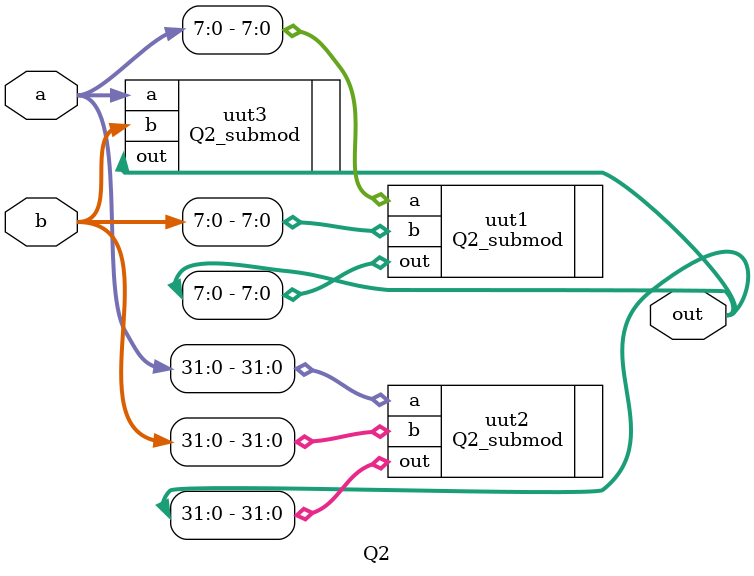
<source format=v>
module Q2 (
    input[63:0] a,
    input[63:0]b,
    output[63:0] out
);


    Q2_submod #(.WIDTH(8)) uut1(
        .a(a[7:0]),
	.b(b[7:0]),
        .out(out[7:0])
    );


    Q2_submod #(.WIDTH(32)) uut2(
        .a(a[31:0]),
	.b(b[31:0]),
        .out(out[31:0])
    );

    Q2_submod #(.WIDTH(64)) uut3(
        .a(a[63:0]),
	.b(b[63:0]),
        .out(out[63:0])
    );
 
endmodule

</source>
